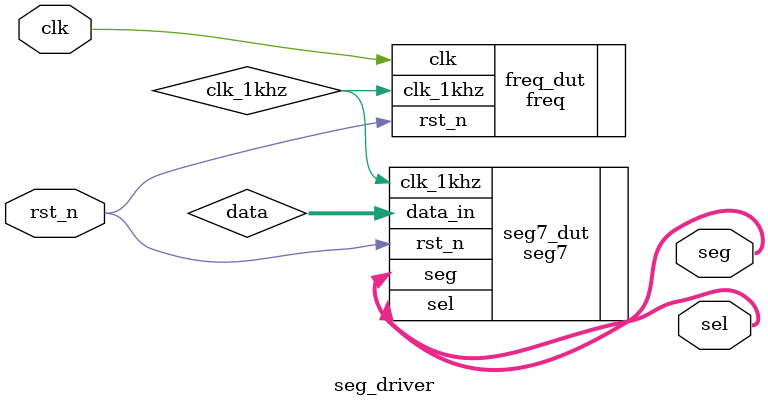
<source format=v>
module seg_driver(clk, rst_n, /*data_in,*/ sel, seg);			//下板时，data_in不输入输入端口

	input clk;						//系统时钟：50MHZ
	input rst_n;					//系统复位：低电平有效
//	input [23:0] data_in;			//输入数据：24位（一个数码管需要4位二进制数）
	
	output [2:0] sel;				//数码管位选信号
	output [7:0] seg;				//数码管段选信号		
	
	wire clk_1khz;					//中间连线信号
	wire [23:0] data;				//中间连线信号

	//分频模块：50MHZ---->1KHZ
	freq /*#(.cnt_num(4))*/ freq_dut(
		.clk(clk),
		.rst_n(rst_n),
		.clk_1khz(clk_1khz)
	);
	
	//数码管驱动模块：6个数码管同时显示190905
	seg7 seg7_dut(
		.clk_1khz(clk_1khz),
		.rst_n(rst_n),
		.data_in(/*24'h190905*//*data_in*/data),		//下板时，将要显示的内容直接给data_in
		.sel(sel),
		.seg(seg)
	);
	
endmodule 
</source>
